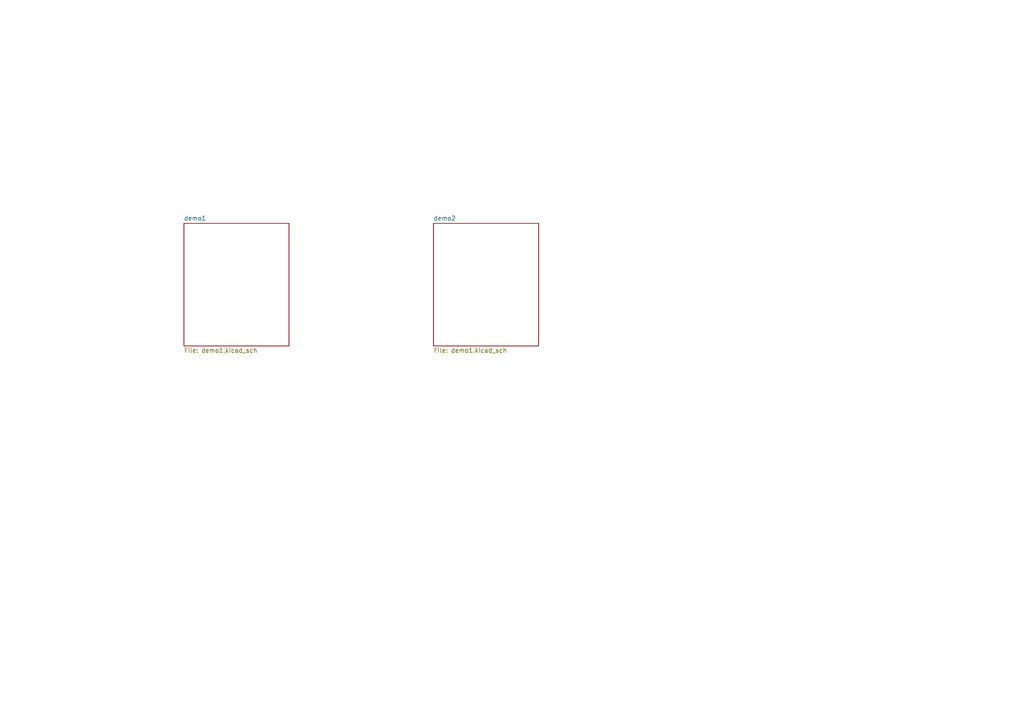
<source format=kicad_sch>
(kicad_sch (version 20211123) (generator eeschema)
  (paper "A4")
  (lib_symbols)
  (sheet (at 125.73 64.77) (size 30.48 35.56) (stroke (width 0.1524))
    (property "Sheet name" "demo2" (at 125.73 64.0584 0) (effects (justify left bottom)))
    (property "Sheet file" "demo1.kicad_sch" (at 125.73 100.9146 0) (effects (justify left top)))
  )
  (sheet (at 53.34 64.77) (size 30.48 35.56) (stroke (width 0.1524))
    (property "Sheet name" "demo1" (at 53.34 64.0584 0) (effects (justify left bottom)))
    (property "Sheet file" "demo1.kicad_sch" (at 53.34 100.9146 0) (effects (justify left top)))
  )
)
</source>
